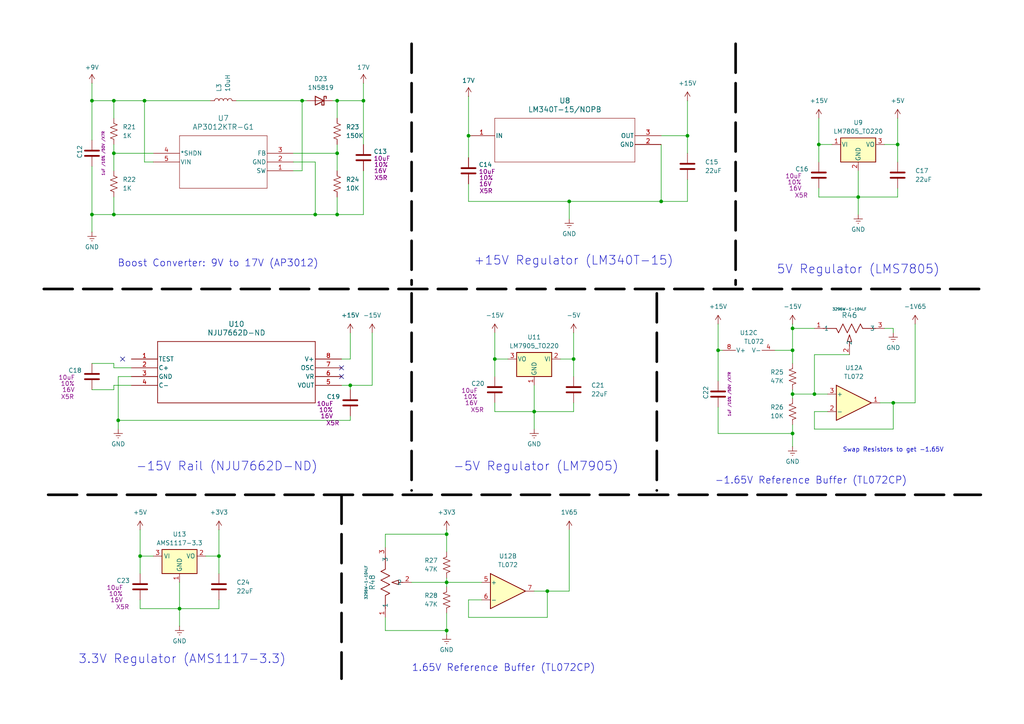
<source format=kicad_sch>
(kicad_sch (version 20250114) (generator "eeschema") (generator_version "9.0")
  (paper "A4")
  (lib_symbols
    (symbol "2025-04-09_23-40-38:AP3012KTR-G1" (pin_names (offset 0.254))
      (property "Reference" "U6" (at 20.32 10.16 0))
      (property "Value" "AP3012KTR-G1" (at 20.32 7.62 0))
      (symbol "AP3012KTR-G1_0_1"
        (polyline (pts (xy 7.62 5.08) (xy 7.62 -10.16)) (stroke (width 0.127)))
        (polyline (pts (xy 7.62 -10.16) (xy 33.02 -10.16)) (stroke (width 0.127)))
        (polyline (pts (xy 33.02 5.08) (xy 7.62 5.08)) (stroke (width 0.127)))
        (polyline (pts (xy 33.02 -10.16) (xy 33.02 5.08)) (stroke (width 0.127)))
      )
      (symbol "AP3012KTR-G1_1_1"
        (pin unspecified line (at 0 0 0) (length 7.62) (name "*SHDN") (number "4"))
        (pin power_out line (at 0 -2.54 0) (length 7.62) (name "VIN") (number "5"))
        (pin power_in line (at 40.64 0 180) (length 7.62) (name "FB") (number "3"))
        (pin unspecified line (at 40.64 -2.54 180) (length 7.62) (name "GND") (number "2"))
        (pin unspecified line (at 40.64 -5.08 180) (length 7.62) (name "SW") (number "1"))
      )
    )
    (symbol "Amplifier_Operational:TL072" (pin_names (offset 0.127))
      (property "Reference" "U" (at 0 5.08 0))
      (property "Value" "TL072" (at 0 -5.08 0))
      (symbol "TL072_1_1"
        (polyline (pts (xy -5.08 5.08) (xy 5.08 0) (xy -5.08 -5.08) (xy -5.08 5.08)) (stroke (width 0.254)) (fill (type background)))
        (pin input line (at -7.62 2.54 0) (length 2.54) (name "+") (number "3"))
        (pin input line (at -7.62 -2.54 0) (length 2.54) (name "-") (number "2"))
        (pin output line (at 7.62 0 180) (length 2.54) (name "~") (number "1"))
      )
      (symbol "TL072_2_1"
        (polyline (pts (xy -5.08 5.08) (xy 5.08 0) (xy -5.08 -5.08) (xy -5.08 5.08)) (stroke (width 0.254)) (fill (type background)))
        (pin input line (at -7.62 2.54 0) (length 2.54) (name "+") (number "5"))
        (pin input line (at -7.62 -2.54 0) (length 2.54) (name "-") (number "6"))
        (pin output line (at 7.62 0 180) (length 2.54) (name "~") (number "7"))
      )
      (symbol "TL072_3_1"
        (pin power_in line (at -2.54 7.62 270) (length 3.81) (name "V+") (number "8"))
        (pin power_in line (at -2.54 -7.62 90) (length 3.81) (name "V-") (number "4"))
      )
    )
    (symbol "Device:C" (pin_numbers (hide yes)) (pin_names (offset 0.254))
      (property "Reference" "C" (at 0.635 2.54 0))
      (property "Value" "C" (at 0.635 -2.54 0))
      (symbol "C_0_1"
        (polyline (pts (xy -2.032 0.762) (xy 2.032 0.762)) (stroke (width 0.508)))
        (polyline (pts (xy -2.032 -0.762) (xy 2.032 -0.762)) (stroke (width 0.508)))
      )
      (symbol "C_1_1"
        (pin passive line (at 0 3.81 270) (length 2.794) (name "~") (number "1"))
        (pin passive line (at 0 -3.81 90) (length 2.794) (name "~") (number "2"))
      )
    )
    (symbol "Device:L" (pin_numbers (hide yes)) (pin_names (offset 1.016) (hide yes))
      (property "Reference" "L" (at -1.27 0 90))
      (property "Value" "L" (at 1.905 0 90))
      (symbol "L_0_1"
        (arc (start 0 2.54) (mid 0.6323 1.905) (end 0 1.27))
        (arc (start 0 1.27) (mid 0.6323 0.635) (end 0 0))
        (arc (start 0 0) (mid 0.6323 -0.635) (end 0 -1.27))
        (arc (start 0 -1.27) (mid 0.6323 -1.905) (end 0 -2.54))
      )
      (symbol "L_1_1"
        (pin passive line (at 0 3.81 270) (length 1.27) (name "1") (number "1"))
        (pin passive line (at 0 -3.81 90) (length 1.27) (name "2") (number "2"))
      )
    )
    (symbol "Device:R_US" (pin_numbers (hide yes)) (pin_names (offset 0))
      (property "Reference" "R" (at 2.54 0 90))
      (property "Value" "R_US" (at -2.54 0 90))
      (symbol "R_US_0_1"
        (polyline (pts (xy 0 2.286) (xy 0 2.54)))
        (polyline (pts (xy 0 2.286) (xy 1.016 1.905) (xy 0 1.524) (xy -1.016 1.143) (xy 0 0.762)))
        (polyline (pts (xy 0 0.762) (xy 1.016 0.381) (xy 0 0) (xy -1.016 -0.381) (xy 0 -0.762)))
        (polyline (pts (xy 0 -0.762) (xy 1.016 -1.143) (xy 0 -1.524) (xy -1.016 -1.905) (xy 0 -2.286)))
        (polyline (pts (xy 0 -2.286) (xy 0 -2.54)))
      )
      (symbol "R_US_1_1"
        (pin passive line (at 0 3.81 270) (length 1.27) (name "~") (number "1"))
        (pin passive line (at 0 -3.81 90) (length 1.27) (name "~") (number "2"))
      )
    )
    (symbol "Diode:1N5819" (pin_numbers (hide yes)) (pin_names (offset 1.016) (hide yes))
      (property "Reference" "D" (at 0 2.54 0))
      (property "Value" "1N5819" (at 0 -2.54 0))
      (symbol "1N5819_0_1"
        (polyline (pts (xy -1.905 0.635) (xy -1.905 1.27) (xy -1.27 1.27) (xy -1.27 -1.27) (xy -0.635 -1.27) (xy -0.635 -0.635)) (stroke (width 0.254)))
        (polyline (pts (xy 1.27 1.27) (xy 1.27 -1.27) (xy -1.27 0) (xy 1.27 1.27)) (stroke (width 0.254)))
        (polyline (pts (xy 1.27 0) (xy -1.27 0)))
      )
      (symbol "1N5819_1_1"
        (pin passive line (at -3.81 0 0) (length 2.54) (name "K") (number "1"))
        (pin passive line (at 3.81 0 180) (length 2.54) (name "A") (number "2"))
      )
    )
    (symbol "Earr_loggy_sym_lib:3296W-1-104LF" (pin_names (offset 0.254))
      (property "Reference" "R" (at 10.795 -3.175 0))
      (property "Value" "3296W-1-104LF" (at 10.795 -6.35 0))
      (symbol "3296W-1-104LF_1_1"
        (polyline (pts (xy 2.54 0) (xy 6.35 0)) (stroke (width 0.2032)))
        (polyline (pts (xy 6.35 0) (xy 6.985 1.27)) (stroke (width 0.2032)))
        (polyline (pts (xy 6.985 1.27) (xy 8.255 -1.27)) (stroke (width 0.2032)))
        (polyline (pts (xy 8.255 -1.27) (xy 9.525 1.27)) (stroke (width 0.2032)))
        (polyline (pts (xy 9.525 3.81) (xy 10.16 1.905)) (stroke (width 0.2032)))
        (polyline (pts (xy 9.525 3.81) (xy 10.795 3.81)) (stroke (width 0.2032)))
        (polyline (pts (xy 9.525 1.27) (xy 10.795 -1.27)) (stroke (width 0.2032)))
        (polyline (pts (xy 10.16 3.81) (xy 10.16 5.08)) (stroke (width 0.2032)))
        (polyline (pts (xy 10.795 3.81) (xy 10.16 1.905)) (stroke (width 0.2032)))
        (polyline (pts (xy 10.795 -1.27) (xy 12.065 1.27)) (stroke (width 0.2032)))
        (polyline (pts (xy 12.065 1.27) (xy 13.335 -1.27)) (stroke (width 0.2032)))
        (polyline (pts (xy 13.335 -1.27) (xy 13.97 0)) (stroke (width 0.2032)))
        (polyline (pts (xy 13.97 0) (xy 17.78 0)) (stroke (width 0.2032)))
        (pin unspecified line (at 0 0 0) (length 2.54) (name "1") (number "1"))
        (pin unspecified line (at 10.16 7.62 270) (length 2.54) (name "2") (number "2"))
        (pin unspecified line (at 20.32 0 180) (length 2.54) (name "3") (number "3"))
      )
      (symbol "3296W-1-104LF_1_2"
        (polyline (pts (xy -3.81 -9.525) (xy -1.905 -10.16)) (stroke (width 0.2032)))
        (polyline (pts (xy -3.81 -10.16) (xy -5.08 -10.16)) (stroke (width 0.2032)))
        (polyline (pts (xy -3.81 -10.795) (xy -3.81 -9.525)) (stroke (width 0.2032)))
        (polyline (pts (xy -3.81 -10.795) (xy -1.905 -10.16)) (stroke (width 0.2032)))
        (polyline (pts (xy -1.27 -8.255) (xy 1.27 -6.985)) (stroke (width 0.2032)))
        (polyline (pts (xy -1.27 -10.795) (xy 1.27 -9.525)) (stroke (width 0.2032)))
        (polyline (pts (xy -1.27 -13.335) (xy 1.27 -12.065)) (stroke (width 0.2032)))
        (polyline (pts (xy 0 -6.35) (xy 0 -2.54)) (stroke (width 0.2032)))
        (polyline (pts (xy 0 -13.97) (xy -1.27 -13.335)) (stroke (width 0.2032)))
        (polyline (pts (xy 0 -17.78) (xy 0 -13.97)) (stroke (width 0.2032)))
        (polyline (pts (xy 1.27 -6.985) (xy 0 -6.35)) (stroke (width 0.2032)))
        (polyline (pts (xy 1.27 -9.525) (xy -1.27 -8.255)) (stroke (width 0.2032)))
        (polyline (pts (xy 1.27 -12.065) (xy -1.27 -10.795)) (stroke (width 0.2032)))
        (pin unspecified line (at -7.62 -10.16 0) (length 2.54) (name "2") (number "2"))
        (pin unspecified line (at 0 0 270) (length 2.54) (name "1") (number "1"))
        (pin unspecified line (at 0 -20.32 90) (length 2.54) (name "3") (number "3"))
      )
    )
    (symbol "Earr_loggy_sym_lib:LM340T-15_NOPB" (pin_names (offset 0.254))
      (property "Reference" "U" (at 27.94 10.16 0))
      (property "Value" "LM340T-15/NOPB" (at 27.94 7.62 0))
      (symbol "LM340T-15_NOPB_0_1"
        (polyline (pts (xy 7.62 5.08) (xy 7.62 -7.62)) (stroke (width 0.127)))
        (polyline (pts (xy 7.62 -7.62) (xy 48.26 -7.62)) (stroke (width 0.127)))
        (polyline (pts (xy 48.26 5.08) (xy 7.62 5.08)) (stroke (width 0.127)))
        (polyline (pts (xy 48.26 -7.62) (xy 48.26 5.08)) (stroke (width 0.127)))
        (pin power_in line (at 0 0 0) (length 7.62) (name "IN") (number "1"))
        (pin power_in line (at 55.88 0 180) (length 7.62) (name "OUT") (number "3"))
        (pin power_in line (at 55.88 -2.54 180) (length 7.62) (name "GND") (number "2"))
      )
    )
    (symbol "Earr_loggy_sym_lib:NJU7662D-ND" (pin_names (offset 0.254))
      (property "Reference" "U" (at 30.48 10.16 0))
      (property "Value" "NJU7662D-ND" (at 30.48 7.62 0))
      (symbol "NJU7662D-ND_0_1"
        (polyline (pts (xy 7.62 5.08) (xy 7.62 -12.7)) (stroke (width 0.2032)))
        (polyline (pts (xy 7.62 -12.7) (xy 53.34 -12.7)) (stroke (width 0.2032)))
        (polyline (pts (xy 53.34 5.08) (xy 7.62 5.08)) (stroke (width 0.2032)))
        (polyline (pts (xy 53.34 -12.7) (xy 53.34 5.08)) (stroke (width 0.2032)))
        (pin unspecified line (at 0 0 0) (length 7.62) (name "TEST") (number "1"))
        (pin unspecified line (at 0 -2.54 0) (length 7.62) (name "C+") (number "2"))
        (pin power_in line (at 0 -5.08 0) (length 7.62) (name "GND") (number "3"))
        (pin unspecified line (at 0 -7.62 0) (length 7.62) (name "C-") (number "4"))
        (pin power_in line (at 60.96 0 180) (length 7.62) (name "V+") (number "8"))
        (pin unspecified line (at 60.96 -2.54 180) (length 7.62) (name "OSC") (number "7"))
        (pin unspecified line (at 60.96 -5.08 180) (length 7.62) (name "VR") (number "6"))
        (pin output line (at 60.96 -7.62 180) (length 7.62) (name "VOUT") (number "5"))
      )
    )
    (symbol "Regulator_Linear:AMS1117-3.3"
      (property "Reference" "U" (at -3.81 3.175 0))
      (property "Value" "AMS1117-3.3" (at 0 3.175 0))
      (symbol "AMS1117-3.3_0_1"
        (rectangle (start -5.08 -5.08) (end 5.08 1.905) (stroke (width 0.254)) (fill (type background)))
      )
      (symbol "AMS1117-3.3_1_1"
        (pin power_in line (at -7.62 0 0) (length 2.54) (name "VI") (number "3"))
        (pin power_in line (at 0 -7.62 90) (length 2.54) (name "GND") (number "1"))
        (pin power_out line (at 7.62 0 180) (length 2.54) (name "VO") (number "2"))
      )
    )
    (symbol "Regulator_Linear:LM7805_TO220" (pin_names (offset 0.254))
      (property "Reference" "U" (at -3.81 3.175 0))
      (property "Value" "LM7805_TO220" (at 0 3.175 0))
      (symbol "LM7805_TO220_0_1"
        (rectangle (start -5.08 1.905) (end 5.08 -5.08) (stroke (width 0.254)) (fill (type background)))
      )
      (symbol "LM7805_TO220_1_1"
        (pin power_in line (at -7.62 0 0) (length 2.54) (name "VI") (number "1"))
        (pin power_in line (at 0 -7.62 90) (length 2.54) (name "GND") (number "2"))
        (pin power_out line (at 7.62 0 180) (length 2.54) (name "VO") (number "3"))
      )
    )
    (symbol "Regulator_Linear:LM7905_TO220" (pin_names (offset 0.254))
      (property "Reference" "U" (at -3.81 -3.175 0))
      (property "Value" "LM7905_TO220" (at 0 -3.175 0))
      (symbol "LM7905_TO220_0_1"
        (rectangle (start -5.08 5.08) (end 5.08 -1.905) (stroke (width 0.254)) (fill (type background)))
      )
      (symbol "LM7905_TO220_1_1"
        (pin power_in line (at -7.62 0 0) (length 2.54) (name "VI") (number "2"))
        (pin power_in line (at 0 7.62 270) (length 2.54) (name "GND") (number "1"))
        (pin power_out line (at 7.62 0 180) (length 2.54) (name "VO") (number "3"))
      )
    )
    (symbol "power:+10V" (power) (pin_numbers (hide yes)) (pin_names (offset 0) (hide yes))
      (property "Value" "+10V" (at 0 3.556 0))
      (symbol "+10V_0_1"
        (polyline (pts (xy -0.762 1.27) (xy 0 2.54)))
        (polyline (pts (xy 0 2.54) (xy 0.762 1.27)))
        (polyline (pts (xy 0 0) (xy 0 2.54)))
      )
      (symbol "+10V_1_1"
        (pin power_in line (at 0 0 90) (length 0) (name "~") (number "1"))
      )
    )
    (symbol "power:+12V" (power) (pin_numbers (hide yes)) (pin_names (offset 0) (hide yes))
      (property "Value" "+12V" (at 0 3.556 0))
      (symbol "+12V_0_1"
        (polyline (pts (xy -0.762 1.27) (xy 0 2.54)))
        (polyline (pts (xy 0 2.54) (xy 0.762 1.27)))
        (polyline (pts (xy 0 0) (xy 0 2.54)))
      )
      (symbol "+12V_1_1"
        (pin power_in line (at 0 0 90) (length 0) (name "~") (number "1"))
      )
    )
    (symbol "power:+3V3" (power) (pin_numbers (hide yes)) (pin_names (offset 0) (hide yes))
      (property "Value" "+3V3" (at 0 3.556 0))
      (symbol "+3V3_0_1"
        (polyline (pts (xy -0.762 1.27) (xy 0 2.54)))
        (polyline (pts (xy 0 2.54) (xy 0.762 1.27)))
        (polyline (pts (xy 0 0) (xy 0 2.54)))
      )
      (symbol "+3V3_1_1"
        (pin power_in line (at 0 0 90) (length 0) (name "~") (number "1"))
      )
    )
    (symbol "power:+9V" (power) (pin_numbers (hide yes)) (pin_names (offset 0) (hide yes))
      (property "Value" "+9V" (at 0 3.556 0))
      (symbol "+9V_0_1"
        (polyline (pts (xy -0.762 1.27) (xy 0 2.54)))
        (polyline (pts (xy 0 2.54) (xy 0.762 1.27)))
        (polyline (pts (xy 0 0) (xy 0 2.54)))
      )
      (symbol "+9V_1_1"
        (pin power_in line (at 0 0 90) (length 0) (name "~") (number "1"))
      )
    )
    (symbol "power:Earth" (power) (pin_numbers (hide yes)) (pin_names (offset 0) (hide yes))
      (property "Value" "Earth" (at 0 -3.81 0))
      (symbol "Earth_0_1"
        (polyline (pts (xy -0.635 -1.905) (xy 0.635 -1.905)))
        (polyline (pts (xy -0.127 -2.54) (xy 0.127 -2.54)))
        (polyline (pts (xy 0 -1.27) (xy 0 0)))
        (polyline (pts (xy 1.27 -1.27) (xy -1.27 -1.27)))
      )
      (symbol "Earth_1_1"
        (pin power_in line (at 0 0 270) (length 0) (name "~") (number "1"))
      )
    )
  )
  (text "−15V Rail (NJU7662D-ND)" (at 65.786 135.382 0) (effects (font (size 2.54 2.54))))
  (text "Swap Resistors to get -1.65V" (at 259.08 130.556 0) (effects (font (size 1.27 1.27))))
  (text "+15V Regulator (LM340T-15)" (at 166.37 75.692 0) (effects (font (size 2.54 2.54))))
  (text "5V Regulator (LMS7805)" (at 248.92 78.232 0) (effects (font (size 2.54 2.54))))
  (text "Power Supply Subsystem +-15\n" (at 150.876 -5.08 0) (effects (font (size 3.81 3.81))))
  (text "Boost Converter: 9V to 17V (AP3012)" (at 63.246 76.454 0) (effects (font (size 2.032 2.032))))
  (text "1.65V Reference Buffer (TL072CP)" (at 146.05 193.802 0) (effects (font (size 2.032 2.032))))
  (text "-5V Regulator (LM7905)" (at 155.448 135.382 0) (effects (font (size 2.54 2.54))))
  (text "-1.65V Reference Buffer (TL072CP)" (at 235.204 139.446 0) (effects (font (size 2.032 2.032))))
  (text "3.3V Regulator (AMS1117-3.3)" (at 52.832 191.262 0) (effects (font (size 2.54 2.54))))
  (junction (at 248.92 57.15))
  (junction (at 87.63 29.21))
  (junction (at 33.02 29.21))
  (junction (at 97.79 29.21))
  (junction (at 229.87 114.3))
  (junction (at 26.67 62.23))
  (junction (at 158.75 171.45))
  (junction (at 259.08 116.84))
  (junction (at 41.91 29.21))
  (junction (at 166.37 104.14))
  (junction (at 101.6 111.76))
  (junction (at 91.44 62.23))
  (junction (at 154.94 119.38))
  (junction (at 143.51 104.14))
  (junction (at 199.39 39.37))
  (junction (at 236.22 114.3))
  (junction (at 33.02 62.23))
  (junction (at 237.49 41.91))
  (junction (at 26.67 29.21))
  (junction (at 229.87 125.73))
  (junction (at 229.87 95.25))
  (junction (at 129.54 182.88))
  (junction (at 97.79 62.23))
  (junction (at 135.89 39.37))
  (junction (at 97.79 44.45))
  (junction (at 52.07 176.53))
  (junction (at 129.54 154.94))
  (junction (at 260.35 41.91))
  (junction (at 191.77 58.42))
  (junction (at 229.87 101.6))
  (junction (at 34.29 121.92))
  (junction (at 40.64 161.29))
  (junction (at 165.1 58.42))
  (junction (at 208.28 101.6))
  (junction (at 105.41 29.21))
  (junction (at 33.02 44.45))
  (junction (at 129.54 168.91))
  (junction (at 63.5 161.29))
  (no_connect (at 99.06 106.68))
  (no_connect (at 35.56 104.14))
  (no_connect (at 99.06 109.22))
  (wire (pts (xy 256.54 41.91) (xy 260.35 41.91)))
  (polyline (pts (xy 213.36 12.7) (xy 213.36 82.55)) (stroke (width 0.762) (type dash) (color 0 0 0 1)))
  (wire (pts (xy 237.49 34.29) (xy 237.49 41.91)))
  (wire (pts (xy 97.79 44.45) (xy 97.79 49.53)))
  (wire (pts (xy 33.02 111.76) (xy 38.1 111.76)))
  (wire (pts (xy 147.32 104.14) (xy 143.51 104.14)))
  (wire (pts (xy 166.37 119.38) (xy 154.94 119.38)))
  (wire (pts (xy 111.76 154.94) (xy 129.54 154.94)))
  (wire (pts (xy 87.63 29.21) (xy 87.63 49.53)))
  (wire (pts (xy 260.35 34.29) (xy 260.35 41.91)))
  (wire (pts (xy 33.02 113.03) (xy 26.67 113.03)))
  (wire (pts (xy 229.87 129.54) (xy 229.87 125.73)))
  (wire (pts (xy 41.91 46.99) (xy 41.91 29.21)))
  (wire (pts (xy 154.94 111.76) (xy 154.94 119.38)))
  (wire (pts (xy 260.35 57.15) (xy 248.92 57.15)))
  (wire (pts (xy 44.45 46.99) (xy 41.91 46.99)))
  (wire (pts (xy 40.64 176.53) (xy 52.07 176.53)))
  (wire (pts (xy 246.38 102.87) (xy 236.22 102.87)))
  (wire (pts (xy 34.29 109.22) (xy 34.29 121.92)))
  (wire (pts (xy 129.54 168.91) (xy 129.54 170.18)))
  (wire (pts (xy 33.02 44.45) (xy 33.02 49.53)))
  (wire (pts (xy 101.6 120.65) (xy 101.6 121.92)))
  (wire (pts (xy 33.02 29.21) (xy 33.02 34.29)))
  (wire (pts (xy 229.87 114.3) (xy 229.87 115.57)))
  (wire (pts (xy 105.41 49.53) (xy 105.41 62.23)))
  (wire (pts (xy 63.5 176.53) (xy 52.07 176.53)))
  (wire (pts (xy 129.54 153.67) (xy 129.54 154.94)))
  (wire (pts (xy 154.94 171.45) (xy 158.75 171.45)))
  (wire (pts (xy 143.51 119.38) (xy 154.94 119.38)))
  (wire (pts (xy 229.87 123.19) (xy 229.87 125.73)))
  (wire (pts (xy 33.02 105.41) (xy 33.02 106.68)))
  (wire (pts (xy 87.63 29.21) (xy 68.58 29.21)))
  (wire (pts (xy 40.64 153.67) (xy 40.64 161.29)))
  (wire (pts (xy 199.39 29.21) (xy 199.39 39.37)))
  (wire (pts (xy 33.02 57.15) (xy 33.02 62.23)))
  (wire (pts (xy 44.45 161.29) (xy 40.64 161.29)))
  (wire (pts (xy 208.28 118.11) (xy 208.28 125.73)))
  (wire (pts (xy 26.67 29.21) (xy 26.67 40.64)))
  (wire (pts (xy 143.51 96.52) (xy 143.51 104.14)))
  (wire (pts (xy 129.54 154.94) (xy 129.54 160.02)))
  (wire (pts (xy 259.08 116.84) (xy 265.43 116.84)))
  (wire (pts (xy 26.67 105.41) (xy 33.02 105.41)))
  (wire (pts (xy 166.37 96.52) (xy 166.37 104.14)))
  (wire (pts (xy 99.06 111.76) (xy 101.6 111.76)))
  (wire (pts (xy 248.92 57.15) (xy 248.92 62.23)))
  (wire (pts (xy 34.29 109.22) (xy 38.1 109.22)))
  (wire (pts (xy 111.76 158.75) (xy 111.76 154.94)))
  (wire (pts (xy 236.22 114.3) (xy 240.03 114.3)))
  (wire (pts (xy 199.39 39.37) (xy 199.39 44.45)))
  (wire (pts (xy 135.89 27.94) (xy 135.89 39.37)))
  (wire (pts (xy 236.22 124.46) (xy 236.22 119.38)))
  (wire (pts (xy 111.76 182.88) (xy 129.54 182.88)))
  (wire (pts (xy 256.54 95.25) (xy 259.08 95.25)))
  (wire (pts (xy 33.02 44.45) (xy 44.45 44.45)))
  (wire (pts (xy 165.1 58.42) (xy 165.1 63.5)))
  (wire (pts (xy 260.35 41.91) (xy 260.35 46.99)))
  (wire (pts (xy 259.08 95.25) (xy 259.08 96.52)))
  (wire (pts (xy 166.37 116.84) (xy 166.37 119.38)))
  (wire (pts (xy 129.54 168.91) (xy 139.7 168.91)))
  (wire (pts (xy 87.63 29.21) (xy 88.9 29.21)))
  (polyline (pts (xy 190.5 85.09) (xy 190.5 142.24)) (stroke (width 0.762) (type dash) (color 0 0 0 1)))
  (polyline (pts (xy 99.06 143.51) (xy 99.06 196.85)) (stroke (width 0.762) (type dash) (color 0 0 0 1)))
  (wire (pts (xy 85.09 44.45) (xy 97.79 44.45)))
  (wire (pts (xy 208.28 101.6) (xy 209.55 101.6)))
  (wire (pts (xy 97.79 29.21) (xy 96.52 29.21)))
  (wire (pts (xy 229.87 113.03) (xy 229.87 114.3)))
  (wire (pts (xy 248.92 49.53) (xy 248.92 57.15)))
  (wire (pts (xy 237.49 54.61) (xy 237.49 57.15)))
  (wire (pts (xy 33.02 62.23) (xy 91.44 62.23)))
  (polyline (pts (xy 119.38 85.09) (xy 119.38 142.24)) (stroke (width 0.762) (type dash) (color 0 0 0 1)))
  (wire (pts (xy 135.89 179.07) (xy 135.89 173.99)))
  (wire (pts (xy 105.41 29.21) (xy 97.79 29.21)))
  (wire (pts (xy 265.43 93.98) (xy 265.43 116.84)))
  (wire (pts (xy 135.89 53.34) (xy 135.89 58.42)))
  (wire (pts (xy 154.94 119.38) (xy 154.94 124.46)))
  (wire (pts (xy 33.02 29.21) (xy 41.91 29.21)))
  (wire (pts (xy 191.77 39.37) (xy 199.39 39.37)))
  (wire (pts (xy 26.67 48.26) (xy 26.67 62.23)))
  (wire (pts (xy 260.35 54.61) (xy 260.35 57.15)))
  (polyline (pts (xy 12.7 83.82) (xy 284.48 83.82)) (stroke (width 0.762) (type dash) (color 0 0 0 1)))
  (wire (pts (xy 34.29 124.46) (xy 34.29 121.92)))
  (wire (pts (xy 111.76 179.07) (xy 111.76 182.88)))
  (wire (pts (xy 229.87 93.98) (xy 229.87 95.25)))
  (wire (pts (xy 143.51 116.84) (xy 143.51 119.38)))
  (wire (pts (xy 99.06 104.14) (xy 101.6 104.14)))
  (wire (pts (xy 105.41 62.23) (xy 97.79 62.23)))
  (wire (pts (xy 237.49 41.91) (xy 237.49 46.99)))
  (wire (pts (xy 191.77 41.91) (xy 191.77 58.42)))
  (wire (pts (xy 237.49 57.15) (xy 248.92 57.15)))
  (wire (pts (xy 26.67 62.23) (xy 33.02 62.23)))
  (wire (pts (xy 105.41 29.21) (xy 105.41 41.91)))
  (wire (pts (xy 101.6 96.52) (xy 101.6 104.14)))
  (polyline (pts (xy 119.38 12.7) (xy 119.38 82.55)) (stroke (width 0.762) (type dash) (color 0 0 0 1)))
  (wire (pts (xy 63.5 161.29) (xy 63.5 166.37)))
  (wire (pts (xy 236.22 124.46) (xy 259.08 124.46)))
  (wire (pts (xy 135.89 39.37) (xy 135.89 45.72)))
  (wire (pts (xy 208.28 101.6) (xy 208.28 110.49)))
  (wire (pts (xy 59.69 161.29) (xy 63.5 161.29)))
  (polyline (pts (xy 13.97 143.51) (xy 284.48 143.51)) (stroke (width 0.762) (type dash) (color 0 0 0 1)))
  (wire (pts (xy 101.6 111.76) (xy 107.95 111.76)))
  (wire (pts (xy 191.77 58.42) (xy 165.1 58.42)))
  (wire (pts (xy 255.27 116.84) (xy 259.08 116.84)))
  (wire (pts (xy 63.5 153.67) (xy 63.5 161.29)))
  (wire (pts (xy 97.79 62.23) (xy 91.44 62.23)))
  (wire (pts (xy 101.6 113.03) (xy 101.6 111.76)))
  (wire (pts (xy 85.09 49.53) (xy 87.63 49.53)))
  (wire (pts (xy 63.5 173.99) (xy 63.5 176.53)))
  (wire (pts (xy 97.79 41.91) (xy 97.79 44.45)))
  (wire (pts (xy 52.07 176.53) (xy 52.07 181.61)))
  (wire (pts (xy 119.38 168.91) (xy 129.54 168.91)))
  (wire (pts (xy 229.87 114.3) (xy 236.22 114.3)))
  (wire (pts (xy 199.39 52.07) (xy 199.39 58.42)))
  (wire (pts (xy 26.67 62.23) (xy 26.67 67.31)))
  (wire (pts (xy 236.22 95.25) (xy 229.87 95.25)))
  (wire (pts (xy 229.87 101.6) (xy 229.87 105.41)))
  (wire (pts (xy 41.91 29.21) (xy 60.96 29.21)))
  (wire (pts (xy 97.79 57.15) (xy 97.79 62.23)))
  (wire (pts (xy 85.09 46.99) (xy 91.44 46.99)))
  (wire (pts (xy 135.89 173.99) (xy 139.7 173.99)))
  (wire (pts (xy 135.89 179.07) (xy 158.75 179.07)))
  (wire (pts (xy 236.22 119.38) (xy 240.03 119.38)))
  (wire (pts (xy 129.54 182.88) (xy 129.54 184.15)))
  (wire (pts (xy 52.07 168.91) (xy 52.07 176.53)))
  (wire (pts (xy 166.37 104.14) (xy 166.37 109.22)))
  (wire (pts (xy 208.28 93.98) (xy 208.28 101.6)))
  (wire (pts (xy 165.1 153.67) (xy 165.1 171.45)))
  (wire (pts (xy 129.54 177.8) (xy 129.54 182.88)))
  (wire (pts (xy 129.54 167.64) (xy 129.54 168.91)))
  (wire (pts (xy 229.87 95.25) (xy 229.87 101.6)))
  (wire (pts (xy 199.39 58.42) (xy 191.77 58.42)))
  (wire (pts (xy 135.89 58.42) (xy 165.1 58.42)))
  (wire (pts (xy 40.64 161.29) (xy 40.64 166.37)))
  (wire (pts (xy 162.56 104.14) (xy 166.37 104.14)))
  (wire (pts (xy 236.22 102.87) (xy 236.22 114.3)))
  (wire (pts (xy 259.08 116.84) (xy 259.08 124.46)))
  (wire (pts (xy 158.75 171.45) (xy 158.75 179.07)))
  (wire (pts (xy 208.28 125.73) (xy 229.87 125.73)))
  (wire (pts (xy 97.79 29.21) (xy 97.79 34.29)))
  (wire (pts (xy 91.44 46.99) (xy 91.44 62.23)))
  (wire (pts (xy 33.02 111.76) (xy 33.02 113.03)))
  (wire (pts (xy 224.79 101.6) (xy 229.87 101.6)))
  (wire (pts (xy 241.3 41.91) (xy 237.49 41.91)))
  (wire (pts (xy 34.29 121.92) (xy 101.6 121.92)))
  (wire (pts (xy 26.67 29.21) (xy 33.02 29.21)))
  (wire (pts (xy 105.41 24.13) (xy 105.41 29.21)))
  (wire (pts (xy 40.64 173.99) (xy 40.64 176.53)))
  (wire (pts (xy 143.51 104.14) (xy 143.51 109.22)))
  (wire (pts (xy 26.67 24.13) (xy 26.67 29.21)))
  (wire (pts (xy 107.95 96.52) (xy 107.95 111.76)))
  (wire (pts (xy 158.75 171.45) (xy 165.1 171.45)))
  (wire (pts (xy 33.02 106.68) (xy 38.1 106.68)))
  (wire (pts (xy 33.02 41.91) (xy 33.02 44.45)))
  (symbol (lib_id "Device:R_US") (at 33.02 53.34 180) (unit 1)
    (property "Reference" "R22" (at 35.56 52.0699 0) (effects (justify right)))
    (property "Value" "1K" (at 35.56 54.6099 0) (effects (justify right)))
    (property "Footprint" "Resistor_THT:R_Axial_DIN0207_L6.3mm_D2.5mm_P10.16mm_Horizontal" (effects (hide yes)))
    (property "Description" "Resistor, US symbol" (effects (hide yes)))
  )
  (symbol (lib_id "power:Earth") (at 165.1 63.5 0) (unit 1)
    (property "Reference" "#PWR080" (effects (hide yes)))
    (property "Value" "GND" (at 165.1 67.818 0))
    (property "Description" "Power symbol creates a global label with name \"Earth\"" (effects (hide yes)))
  )
  (symbol (lib_id "Earr_loggy_sym_lib:3296W-1-104LF") (at 111.76 179.07 270) (mirror x) (unit 1)
    (property "Reference" "R48" (at 107.95 168.91 0) (effects (font (size 1.524 1.524))))
    (property "Value" "3296W-1-104LF" (at 106.172 168.91 0) (effects (font (size 0.762 0.762))))
    (property "Footprint" "kicad_footprint-library-engg3800-alvin:POT_3296W" (effects (hide yes)))
    (property "Datasheet" "3296W-1-104LF" (effects (hide yes)))
  )
  (symbol (lib_id "power:+3V3") (at 63.5 153.67 0) (unit 1)
    (property "Reference" "#PWR073" (effects (hide yes)))
    (property "Value" "+3V3" (at 63.5 148.59 0))
    (property "Description" "Power symbol creates a global label with name \"+3V3\"" (effects (hide yes)))
  )
  (symbol (lib_id "power:+10V") (at 229.87 93.98 0) (unit 1)
    (property "Reference" "#PWR084" (effects (hide yes)))
    (property "Value" "-15V" (at 229.87 88.9 0))
    (property "Description" "Power symbol creates a global label with name \"+10V\"" (effects (hide yes)))
  )
  (symbol (lib_id "Device:C") (at 166.37 113.03 0) (unit 1)
    (property "Reference" "C21" (at 171.45 111.7599 0) (effects (justify left)))
    (property "Value" "22uF" (at 171.45 114.2999 0) (effects (justify left)))
    (property "Footprint" "Capacitor_THT:CP_Radial_D4.0mm_P2.00mm" (effects (hide yes)))
    (property "Description" "Unpolarized capacitor" (effects (hide yes)))
  )
  (symbol (lib_id "power:+3V3") (at 40.64 153.67 0) (unit 1)
    (property "Reference" "#PWR071" (effects (hide yes)))
    (property "Value" "+5V" (at 40.64 148.59 0))
    (property "Description" "Power symbol creates a global label with name \"+3V3\"" (effects (hide yes)))
  )
  (symbol (lib_id "Device:R_US") (at 229.87 109.22 0) (mirror x) (unit 1)
    (property "Reference" "R25" (at 227.33 107.9499 0) (effects (justify right)))
    (property "Value" "47K" (at 227.33 110.4899 0) (effects (justify right)))
    (property "Footprint" "Resistor_THT:R_Axial_DIN0207_L6.3mm_D2.5mm_P10.16mm_Horizontal" (effects (hide yes)))
    (property "Description" "Resistor, US symbol" (effects (hide yes)))
  )
  (symbol (lib_id "power:Earth") (at 154.94 124.46 0) (unit 1)
    (property "Reference" "#PWR079" (effects (hide yes)))
    (property "Value" "GND" (at 154.94 128.778 0))
    (property "Description" "Power symbol creates a global label with name \"Earth\"" (effects (hide yes)))
  )
  (symbol (lib_id "power:Earth") (at 52.07 181.61 0) (unit 1)
    (property "Reference" "#PWR072" (effects (hide yes)))
    (property "Value" "GND" (at 52.07 185.928 0))
    (property "Description" "Power symbol creates a global label with name \"Earth\"" (effects (hide yes)))
  )
  (symbol (lib_id "Device:C") (at 260.35 50.8 0) (unit 1)
    (property "Reference" "C17" (at 265.43 49.5299 0) (effects (justify left)))
    (property "Value" "22uF" (at 265.43 52.0699 0) (effects (justify left)))
    (property "Footprint" "Capacitor_THT:CP_Radial_D4.0mm_P2.00mm" (effects (hide yes)))
    (property "Description" "Unpolarized capacitor" (effects (hide yes)))
  )
  (symbol (lib_id "Device:C") (at 40.64 170.18 0) (mirror y) (unit 1)
    (property "Reference" "C23" (at 33.782 168.402 0) (effects (justify right)))
    (property "Value" "10u" (effects (hide yes)))
    (property "Footprint" "Capacitor_SMD:C_0805_2012Metric_Pad1.18x1.45mm_HandSolder" (effects (hide yes)))
    (property "Description" "Unpolarized capacitor" (effects (hide yes)))
    (property "Field5" "10uF  " (at 34.29 170.434 0))
    (property "Field6" "10%  " (at 34.544 172.212 0))
    (property "Field7" "16V  " (at 34.798 173.99 0))
    (property "Field8" "X5R" (at 35.56 176.022 0))
  )
  (symbol (lib_id "power:+10V") (at 199.39 29.21 0) (unit 1)
    (property "Reference" "#PWR082" (effects (hide yes)))
    (property "Value" "+15V" (at 199.39 24.13 0))
    (property "Description" "Power symbol creates a global label with name \"+10V\"" (effects (hide yes)))
  )
  (symbol (lib_id "Device:R_US") (at 229.87 119.38 0) (mirror x) (unit 1)
    (property "Reference" "R26" (at 227.33 118.1099 0) (effects (justify right)))
    (property "Value" "10K" (at 227.33 120.6499 0) (effects (justify right)))
    (property "Footprint" "Resistor_THT:R_Axial_DIN0207_L6.3mm_D2.5mm_P10.16mm_Horizontal" (effects (hide yes)))
    (property "Description" "Resistor, US symbol" (effects (hide yes)))
  )
  (symbol (lib_id "power:+10V") (at 143.51 96.52 0) (unit 1)
    (property "Reference" "#PWR078" (effects (hide yes)))
    (property "Value" "-15V" (at 143.51 91.44 0))
    (property "Description" "Power symbol creates a global label with name \"+10V\"" (effects (hide yes)))
  )
  (symbol (lib_id "Device:C") (at 26.67 109.22 0) (mirror y) (unit 1)
    (property "Reference" "C18" (at 19.812 107.442 0) (effects (justify right)))
    (property "Value" "10u" (effects (hide yes)))
    (property "Footprint" "Capacitor_SMD:C_0805_2012Metric_Pad1.18x1.45mm_HandSolder" (effects (hide yes)))
    (property "Description" "Unpolarized capacitor" (effects (hide yes)))
    (property "Field5" "10uF  " (at 20.32 109.474 0))
    (property "Field6" "10%  " (at 20.574 111.252 0))
    (property "Field7" "16V  " (at 20.828 113.03 0))
    (property "Field8" "X5R" (at 19.558 115.062 0))
  )
  (symbol (lib_id "Earr_loggy_sym_lib:3296W-1-104LF") (at 236.22 95.25 0) (mirror x) (unit 1)
    (property "Reference" "R46" (at 246.38 91.44 0) (effects (font (size 1.524 1.524))))
    (property "Value" "3296W-1-104LF" (at 246.38 89.662 0) (effects (font (size 0.762 0.762))))
    (property "Footprint" "kicad_footprint-library-engg3800-alvin:POT_3296W" (effects (hide yes)))
    (property "Datasheet" "3296W-1-104LF" (effects (hide yes)))
  )
  (symbol (lib_id "Earr_loggy_sym_lib:NJU7662D-ND") (at 38.1 104.14 0) (unit 1)
    (property "Reference" "U10" (at 68.58 93.98 0) (effects (font (size 1.524 1.524))))
    (property "Value" "NJU7662D-ND" (at 68.58 96.52 0) (effects (font (size 1.524 1.524))))
    (property "Footprint" "kicad_footprint-library-engg3800-alvin:NJR-DIP8_NJR" (effects (hide yes)))
    (property "Datasheet" "NJU7662D-ND" (effects (hide yes)))
  )
  (symbol (lib_id "Device:L") (at 64.77 29.21 90) (unit 1)
    (property "Reference" "L3" (at 63.4999 26.67 0) (effects (justify left)))
    (property "Value" "10uH" (at 66.0399 26.67 0) (effects (justify left)))
    (property "Footprint" "Inductor_THT:L_Axial_L7.0mm_D3.3mm_P10.16mm_Horizontal_Fastron_MICC" (effects (hide yes)))
    (property "Description" "Inductor" (effects (hide yes)))
  )
  (symbol (lib_id "Regulator_Linear:LM7805_TO220") (at 248.92 41.91 0) (unit 1)
    (property "Reference" "U9" (at 248.92 35.56 0))
    (property "Value" "LM7805_TO220" (at 248.92 38.1 0))
    (property "Footprint" "Package_TO_SOT_THT:TO-220-3_Vertical" (effects (hide yes)))
    (property "Datasheet" "https://www.onsemi.cn/PowerSolutions/document/MC7800-D.PDF" (effects (hide yes)))
    (property "Description" "Positive 1A 35V Linear Regulator, Fixed Output 5V, TO-220" (effects (hide yes)))
  )
  (symbol (lib_id "Device:C") (at 105.41 45.72 0) (unit 1)
    (property "Reference" "C13" (at 112.268 43.942 0) (effects (justify right)))
    (property "Value" "10u" (effects (hide yes)))
    (property "Footprint" "Capacitor_SMD:C_0805_2012Metric_Pad1.18x1.45mm_HandSolder" (effects (hide yes)))
    (property "Description" "Unpolarized capacitor" (effects (hide yes)))
    (property "Field5" "10uF  " (at 111.76 45.974 0))
    (property "Field6" "10%  " (at 111.506 47.752 0))
    (property "Field7" "16V  " (at 111.252 49.53 0))
    (property "Field8" "X5R" (at 110.49 51.562 0))
  )
  (symbol (lib_id "power:+10V") (at 165.1 153.67 0) (unit 1)
    (property "Reference" "#PWR095" (effects (hide yes)))
    (property "Value" "1V65" (at 165.1 148.59 0))
    (property "Description" "Power symbol creates a global label with name \"+10V\"" (effects (hide yes)))
  )
  (symbol (lib_id "Amplifier_Operational:TL072") (at 247.65 116.84 0) (unit 1)
    (property "Reference" "U12" (at 247.65 106.68 0))
    (property "Value" "TL072" (at 247.65 109.22 0))
    (property "Footprint" "kicad_footprint-library-engg3800-alvin:TL072" (effects (hide yes)))
    (property "Datasheet" "http://www.ti.com/lit/ds/symlink/tl071.pdf" (effects (hide yes)))
    (property "Description" "Dual Low-Noise JFET-Input Operational Amplifiers, DIP-8/SOIC-8" (effects (hide yes)))
  )
  (symbol (lib_id "Device:C") (at 26.67 44.45 180) (unit 1)
    (property "Reference" "C12" (at 23.114 45.974 90) (effects (justify right)))
    (property "Value" "1UF" (effects (hide yes)))
    (property "Footprint" "Capacitor_SMD:C_0201_0603Metric_Pad0.64x0.40mm_HandSolder" (effects (hide yes)))
    (property "Description" "1uF /10% /50V /X7R" (at 29.972 44.45 90) (effects (font (size 0.762 0.762))))
  )
  (symbol (lib_id "power:+12V") (at 105.41 24.13 0) (unit 1)
    (property "Reference" "#PWR075" (effects (hide yes)))
    (property "Value" "17V" (at 105.41 19.558 0))
    (property "Description" "Power symbol creates a global label with name \"+12V\"" (effects (hide yes)))
  )
  (symbol (lib_id "Device:C") (at 199.39 48.26 0) (unit 1)
    (property "Reference" "C15" (at 204.47 46.9899 0) (effects (justify left)))
    (property "Value" "22uF" (at 204.47 49.5299 0) (effects (justify left)))
    (property "Footprint" "Capacitor_THT:CP_Radial_D4.0mm_P2.00mm" (effects (hide yes)))
    (property "Description" "Unpolarized capacitor" (effects (hide yes)))
  )
  (symbol (lib_id "Diode:1N5819") (at 92.71 29.21 0) (mirror y) (unit 1)
    (property "Reference" "D23" (at 93.0275 22.86 0))
    (property "Value" "1N5819" (at 93.0275 25.4 0))
    (property "Footprint" "Diode_THT:D_DO-41_SOD81_P10.16mm_Horizontal" (effects (hide yes)))
    (property "Datasheet" "http://www.vishay.com/docs/88525/1n5817.pdf" (effects (hide yes)))
    (property "Description" "40V 1A Schottky Barrier Rectifier Diode, DO-41" (effects (hide yes)))
  )
  (symbol (lib_id "power:Earth") (at 34.29 124.46 0) (unit 1)
    (property "Reference" "#PWR070" (effects (hide yes)))
    (property "Value" "GND" (at 34.29 128.778 0))
    (property "Description" "Power symbol creates a global label with name \"Earth\"" (effects (hide yes)))
  )
  (symbol (lib_id "Device:R_US") (at 97.79 53.34 180) (unit 1)
    (property "Reference" "R24" (at 100.33 52.0699 0) (effects (justify right)))
    (property "Value" "10K" (at 100.33 54.6099 0) (effects (justify right)))
    (property "Footprint" "Resistor_THT:R_Axial_DIN0207_L6.3mm_D2.5mm_P10.16mm_Horizontal" (effects (hide yes)))
    (property "Description" "Resistor, US symbol" (effects (hide yes)))
  )
  (symbol (lib_id "Device:R_US") (at 97.79 38.1 180) (unit 1)
    (property "Reference" "R23" (at 100.33 36.8299 0) (effects (justify right)))
    (property "Value" "150K" (at 100.33 39.3699 0) (effects (justify right)))
    (property "Footprint" "Resistor_THT:R_Axial_DIN0207_L6.3mm_D2.5mm_P10.16mm_Horizontal" (effects (hide yes)))
    (property "Description" "Resistor, US symbol" (effects (hide yes)))
  )
  (symbol (lib_id "power:+9V") (at 26.67 24.13 0) (unit 1)
    (property "Reference" "#PWR066" (effects (hide yes)))
    (property "Value" "+9V" (at 26.67 19.558 0))
    (property "Description" "Power symbol creates a global label with name \"+9V\"" (effects (hide yes)))
  )
  (symbol (lib_id "Device:C") (at 135.89 49.53 0) (unit 1)
    (property "Reference" "C14" (at 142.748 47.752 0) (effects (justify right)))
    (property "Value" "10u" (effects (hide yes)))
    (property "Footprint" "Capacitor_SMD:C_0805_2012Metric_Pad1.18x1.45mm_HandSolder" (effects (hide yes)))
    (property "Description" "Unpolarized capacitor" (effects (hide yes)))
    (property "Field5" "10uF  " (at 142.24 49.784 0))
    (property "Field6" "10%  " (at 141.986 51.562 0))
    (property "Field7" "16V  " (at 141.732 53.34 0))
    (property "Field8" "X5R" (at 140.97 55.372 0))
  )
  (symbol (lib_id "power:+12V") (at 135.89 27.94 0) (unit 1)
    (property "Reference" "#PWR077" (effects (hide yes)))
    (property "Value" "17V" (at 135.89 23.368 0))
    (property "Description" "Power symbol creates a global label with name \"+12V\"" (effects (hide yes)))
  )
  (symbol (lib_id "power:+10V") (at 265.43 93.98 0) (unit 1)
    (property "Reference" "#PWR089" (effects (hide yes)))
    (property "Value" "-1V65" (at 265.43 88.9 0))
    (property "Description" "Power symbol creates a global label with name \"+10V\"" (effects (hide yes)))
  )
  (symbol (lib_id "power:Earth") (at 229.87 129.54 0) (unit 1)
    (property "Reference" "#PWR085" (effects (hide yes)))
    (property "Value" "GND" (at 229.87 133.858 0))
    (property "Description" "Power symbol creates a global label with name \"Earth\"" (effects (hide yes)))
  )
  (symbol (lib_id "power:Earth") (at 129.54 184.15 0) (unit 1)
    (property "Reference" "#PWR094" (effects (hide yes)))
    (property "Value" "GND" (at 129.54 188.468 0))
    (property "Description" "Power symbol creates a global label with name \"Earth\"" (effects (hide yes)))
  )
  (symbol (lib_id "power:Earth") (at 248.92 62.23 0) (unit 1)
    (property "Reference" "#PWR087" (effects (hide yes)))
    (property "Value" "GND" (at 248.92 66.548 0))
    (property "Description" "Power symbol creates a global label with name \"Earth\"" (effects (hide yes)))
  )
  (symbol (lib_id "Device:R_US") (at 129.54 163.83 0) (mirror x) (unit 1)
    (property "Reference" "R27" (at 127 162.5599 0) (effects (justify right)))
    (property "Value" "47K" (at 127 165.0999 0) (effects (justify right)))
    (property "Footprint" "Resistor_THT:R_Axial_DIN0207_L6.3mm_D2.5mm_P10.16mm_Horizontal" (effects (hide yes)))
    (property "Description" "Resistor, US symbol" (effects (hide yes)))
  )
  (symbol (lib_id "power:+3V3") (at 166.37 96.52 0) (unit 1)
    (property "Reference" "#PWR081" (effects (hide yes)))
    (property "Value" "-5V" (at 166.37 91.44 0))
    (property "Description" "Power symbol creates a global label with name \"+3V3\"" (effects (hide yes)))
  )
  (symbol (lib_id "Amplifier_Operational:TL072") (at 217.17 99.06 90) (unit 3)
    (property "Reference" "U12" (at 217.17 96.52 90))
    (property "Value" "TL072" (at 218.694 99.06 90))
    (property "Footprint" "kicad_footprint-library-engg3800-alvin:TL072" (effects (hide yes)))
    (property "Datasheet" "http://www.ti.com/lit/ds/symlink/tl071.pdf" (effects (hide yes)))
    (property "Description" "Dual Low-Noise JFET-Input Operational Amplifiers, DIP-8/SOIC-8" (effects (hide yes)))
  )
  (symbol (lib_id "Earr_loggy_sym_lib:LM340T-15_NOPB") (at 135.89 39.37 0) (unit 1)
    (property "Reference" "U8" (at 163.83 29.21 0) (effects (font (size 1.524 1.524))))
    (property "Value" "LM340T-15/NOPB" (at 163.83 31.75 0) (effects (font (size 1.524 1.524))))
    (property "Footprint" "kicad_footprint-library-engg3800-alvin:T03B_TEX" (effects (hide yes)))
    (property "Datasheet" "LM340T-15/NOPB" (effects (hide yes)))
  )
  (symbol (lib_id "Device:R_US") (at 129.54 173.99 0) (mirror x) (unit 1)
    (property "Reference" "R28" (at 127 172.7199 0) (effects (justify right)))
    (property "Value" "47K" (at 127 175.2599 0) (effects (justify right)))
    (property "Footprint" "Resistor_THT:R_Axial_DIN0207_L6.3mm_D2.5mm_P10.16mm_Horizontal" (effects (hide yes)))
    (property "Description" "Resistor, US symbol" (effects (hide yes)))
  )
  (symbol (lib_id "power:+10V") (at 107.95 96.52 0) (unit 1)
    (property "Reference" "#PWR076" (effects (hide yes)))
    (property "Value" "-15V" (at 107.95 91.44 0))
    (property "Description" "Power symbol creates a global label with name \"+10V\"" (effects (hide yes)))
  )
  (symbol (lib_id "Amplifier_Operational:TL072") (at 147.32 171.45 0) (unit 2)
    (property "Reference" "U12" (at 147.32 161.29 0))
    (property "Value" "TL072" (at 147.32 163.83 0))
    (property "Footprint" "kicad_footprint-library-engg3800-alvin:TL072" (effects (hide yes)))
    (property "Datasheet" "http://www.ti.com/lit/ds/symlink/tl071.pdf" (effects (hide yes)))
    (property "Description" "Dual Low-Noise JFET-Input Operational Amplifiers, DIP-8/SOIC-8" (effects (hide yes)))
  )
  (symbol (lib_id "power:+3V3") (at 129.54 153.67 0) (unit 1)
    (property "Reference" "#PWR029" (effects (hide yes)))
    (property "Value" "+3V3" (at 129.54 148.59 0))
    (property "Description" "Power symbol creates a global label with name \"+3V3\"" (effects (hide yes)))
  )
  (symbol (lib_id "Device:C") (at 63.5 170.18 0) (unit 1)
    (property "Reference" "C24" (at 68.58 168.9099 0) (effects (justify left)))
    (property "Value" "22uF" (at 68.58 171.4499 0) (effects (justify left)))
    (property "Footprint" "Capacitor_THT:CP_Radial_D4.0mm_P2.00mm" (effects (hide yes)))
    (property "Description" "Unpolarized capacitor" (effects (hide yes)))
  )
  (symbol (lib_id "power:Earth") (at 259.08 96.52 0) (unit 1)
    (property "Reference" "#PWR092" (effects (hide yes)))
    (property "Value" "GND" (at 259.08 100.838 0))
    (property "Description" "Power symbol creates a global label with name \"Earth\"" (effects (hide yes)))
  )
  (symbol (lib_id "power:+10V") (at 237.49 34.29 0) (unit 1)
    (property "Reference" "#PWR086" (effects (hide yes)))
    (property "Value" "+15V" (at 237.49 29.21 0))
    (property "Description" "Power symbol creates a global label with name \"+10V\"" (effects (hide yes)))
  )
  (symbol (lib_id "Regulator_Linear:LM7905_TO220") (at 154.94 104.14 180) (unit 1)
    (property "Reference" "U11" (at 154.94 97.79 0))
    (property "Value" "LM7905_TO220" (at 154.94 100.33 0))
    (property "Footprint" "Package_TO_SOT_THT:TO-220-3_Vertical" (effects (hide yes)))
    (property "Datasheet" "https://www.onsemi.com/pub/Collateral/MC7900-D.PDF" (effects (hide yes)))
    (property "Description" "Negative 1A 35V Linear Regulator, Fixed Output 5V, TO-220" (effects (hide yes)))
  )
  (symbol (lib_id "power:Earth") (at 26.67 67.31 0) (unit 1)
    (property "Reference" "#PWR069" (effects (hide yes)))
    (property "Value" "GND" (at 26.67 71.628 0))
    (property "Description" "Power symbol creates a global label with name \"Earth\"" (effects (hide yes)))
  )
  (symbol (lib_id "power:+3V3") (at 260.35 34.29 0) (unit 1)
    (property "Reference" "#PWR088" (effects (hide yes)))
    (property "Value" "+5V" (at 260.35 29.21 0))
    (property "Description" "Power symbol creates a global label with name \"+3V3\"" (effects (hide yes)))
  )
  (symbol (lib_id "Regulator_Linear:AMS1117-3.3") (at 52.07 161.29 0) (unit 1)
    (property "Reference" "U13" (at 52.07 154.94 0))
    (property "Value" "AMS1117-3.3" (at 52.07 157.48 0))
    (property "Footprint" "Package_TO_SOT_SMD:SOT-223-3_TabPin2" (effects (hide yes)))
    (property "Datasheet" "http://www.advanced-monolithic.com/pdf/ds1117.pdf" (effects (hide yes)))
    (property "Description" "1A Low Dropout regulator, positive, 3.3V fixed output, SOT-223" (effects (hide yes)))
  )
  (symbol (lib_id "Device:C") (at 101.6 116.84 0) (mirror y) (unit 1)
    (property "Reference" "C19" (at 94.742 115.062 0) (effects (justify right)))
    (property "Value" "10u" (effects (hide yes)))
    (property "Footprint" "Capacitor_SMD:C_0805_2012Metric_Pad1.18x1.45mm_HandSolder" (effects (hide yes)))
    (property "Description" "Unpolarized capacitor" (effects (hide yes)))
    (property "Field5" "10uF  " (at 95.25 117.094 0))
    (property "Field6" "10%  " (at 95.504 118.872 0))
    (property "Field7" "16V  " (at 95.758 120.65 0))
    (property "Field8" "X5R" (at 96.52 122.682 0))
  )
  (symbol (lib_id "Device:C") (at 237.49 50.8 0) (mirror y) (unit 1)
    (property "Reference" "C16" (at 230.632 49.022 0) (effects (justify right)))
    (property "Value" "10u" (effects (hide yes)))
    (property "Footprint" "Capacitor_SMD:C_0805_2012Metric_Pad1.18x1.45mm_HandSolder" (effects (hide yes)))
    (property "Description" "Unpolarized capacitor" (effects (hide yes)))
    (property "Field5" "10uF  " (at 231.14 51.054 0))
    (property "Field6" "10%  " (at 231.394 52.832 0))
    (property "Field7" "16V  " (at 231.648 54.61 0))
    (property "Field8" "X5R" (at 232.41 56.642 0))
  )
  (symbol (lib_id "2025-04-09_23-40-38:AP3012KTR-G1") (at 44.45 44.45 0) (unit 1)
    (property "Reference" "U7" (at 64.77 34.29 0) (effects (font (size 1.524 1.524))))
    (property "Value" "AP3012KTR-G1" (at 64.77 36.83 0) (effects (font (size 1.524 1.524))))
    (property "Footprint" "kicad_footprint-library-engg3800-alvin:SOT-23-5_DIO" (effects (hide yes)))
    (property "Datasheet" "AP3012KTR-G1" (effects (hide yes)))
  )
  (symbol (lib_id "Device:R_US") (at 33.02 38.1 180) (unit 1)
    (property "Reference" "R21" (at 35.56 36.8299 0) (effects (justify right)))
    (property "Value" "1K" (at 35.56 39.3699 0) (effects (justify right)))
    (property "Footprint" "Resistor_THT:R_Axial_DIN0207_L6.3mm_D2.5mm_P10.16mm_Horizontal" (effects (hide yes)))
    (property "Description" "Resistor, US symbol" (effects (hide yes)))
  )
  (symbol (lib_id "power:+10V") (at 101.6 96.52 0) (unit 1)
    (property "Reference" "#PWR074" (effects (hide yes)))
    (property "Value" "+15V" (at 101.6 91.44 0))
    (property "Description" "Power symbol creates a global label with name \"+10V\"" (effects (hide yes)))
  )
  (symbol (lib_id "Device:C") (at 208.28 114.3 180) (unit 1)
    (property "Reference" "C22" (at 204.724 115.824 90) (effects (justify right)))
    (property "Value" "1UF" (effects (hide yes)))
    (property "Footprint" "Capacitor_SMD:C_0201_0603Metric_Pad0.64x0.40mm_HandSolder" (effects (hide yes)))
    (property "Description" "1uF /10% /50V /X7R" (at 211.582 114.3 90) (effects (font (size 0.762 0.762))))
  )
  (symbol (lib_id "Device:C") (at 143.51 113.03 0) (mirror y) (unit 1)
    (property "Reference" "C20" (at 136.652 111.252 0) (effects (justify right)))
    (property "Value" "10u" (effects (hide yes)))
    (property "Footprint" "Capacitor_SMD:C_0805_2012Metric_Pad1.18x1.45mm_HandSolder" (effects (hide yes)))
    (property "Description" "Unpolarized capacitor" (effects (hide yes)))
    (property "Field5" "10uF  " (at 137.16 113.284 0))
    (property "Field6" "10%  " (at 137.414 115.062 0))
    (property "Field7" "16V  " (at 137.668 116.84 0))
    (property "Field8" "X5R" (at 138.43 118.872 0))
  )
  (symbol (lib_id "power:+10V") (at 208.28 93.98 0) (unit 1)
    (property "Reference" "#PWR083" (effects (hide yes)))
    (property "Value" "+15V" (at 208.28 88.9 0))
    (property "Description" "Power symbol creates a global label with name \"+10V\"" (effects (hide yes)))
  )
)
</source>
